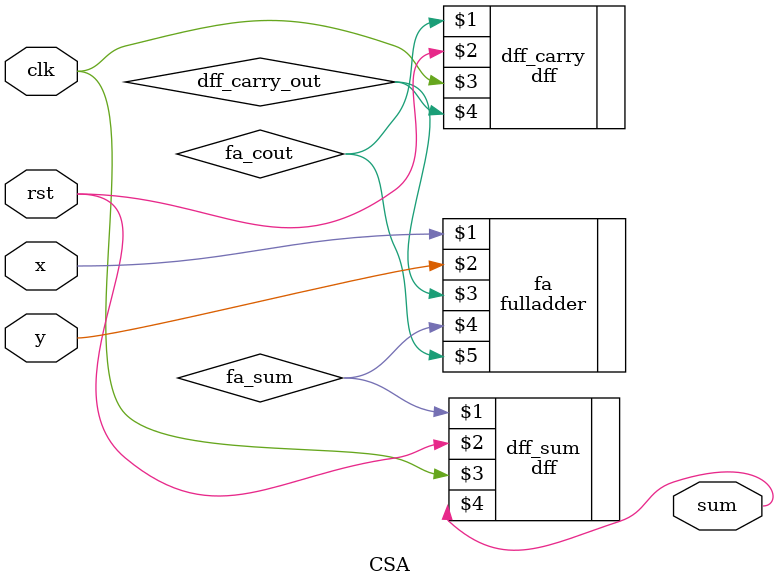
<source format=v>
`timescale 1ns/1ns

`include "fulladder.v"
`include "dff.v"

module CSA(input clk, input rst, input x, input y, output sum);    
 
    wire fa_cout, fa_sum, dff_carry_out;
    //reg fa_sum;
    fulladder fa(x, y, dff_carry_out, fa_sum, fa_cout);
    
    dff dff_sum(fa_sum, rst, clk, sum);
    dff dff_carry(fa_cout, rst, clk, dff_carry_out);    

endmodule
</source>
